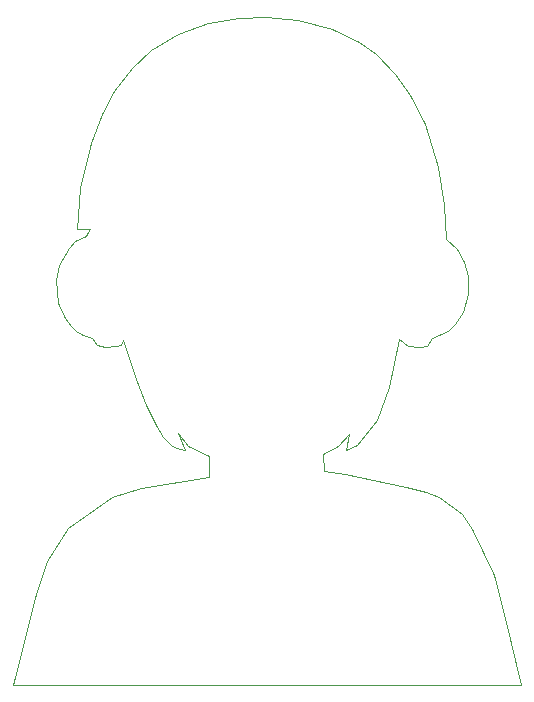
<source format=gbr>
G04 #@! TF.FileFunction,Profile,NP*
%FSLAX46Y46*%
G04 Gerber Fmt 4.6, Leading zero omitted, Abs format (unit mm)*
G04 Created by KiCad (PCBNEW 4.0.7) date 09/18/18 22:56:12*
%MOMM*%
%LPD*%
G01*
G04 APERTURE LIST*
%ADD10C,0.100000*%
G04 APERTURE END LIST*
D10*
X83391190Y-97521588D02*
X82890328Y-94367041D01*
X83528652Y-100467579D02*
X83391190Y-97521588D01*
X84446760Y-101283797D02*
X83528652Y-100467579D01*
X82890328Y-94367041D02*
X81785540Y-90729025D01*
X50530838Y-103871806D02*
X50705198Y-105821184D01*
X55579077Y-109528336D02*
X56014000Y-109388189D01*
X50777663Y-102635709D02*
X50530838Y-103871806D01*
X52166359Y-100628327D02*
X51617121Y-101167664D01*
X53053158Y-100171301D02*
X52166359Y-100628327D01*
X55463926Y-87916649D02*
X54429829Y-89839747D01*
X77640533Y-84795186D02*
X76211956Y-83777359D01*
X73897636Y-82622317D02*
X70980956Y-81856977D01*
X53464212Y-92346144D02*
X52562320Y-96117445D01*
X54429829Y-89839747D02*
X53464212Y-92346144D01*
X63367322Y-82119545D02*
X60818980Y-83112186D01*
X66028103Y-81698675D02*
X63367322Y-82119545D01*
X56014000Y-109388189D02*
X56227901Y-109024557D01*
X68262656Y-81637329D02*
X66028103Y-81698675D01*
X51617121Y-101167664D02*
X50777663Y-102635709D01*
X50705198Y-105821184D02*
X51280710Y-107120634D01*
X76211956Y-83777359D02*
X73897636Y-82622317D01*
X70980956Y-81856977D02*
X68262656Y-81637329D01*
X51280710Y-107120634D02*
X51783261Y-107813201D01*
X52773373Y-108559984D02*
X53557890Y-108845931D01*
X51783261Y-107813201D02*
X52250400Y-108215472D01*
X53199766Y-99870677D02*
X53053158Y-100171301D01*
X58521587Y-84467067D02*
X56978061Y-85981299D01*
X53557890Y-108845931D02*
X53987963Y-109404468D01*
X54642635Y-109618036D02*
X55579077Y-109528336D01*
X52305911Y-99618389D02*
X53434975Y-99608632D01*
X56978061Y-85981299D02*
X55463926Y-87916649D01*
X60818980Y-83112186D02*
X58521587Y-84467067D01*
X53987963Y-109404468D02*
X54642635Y-109618036D01*
X52250400Y-108215472D02*
X52773373Y-108559984D01*
X53434975Y-99608632D02*
X53199766Y-99870677D01*
X52562320Y-96117445D02*
X52305911Y-99618389D01*
X88568865Y-132556251D02*
X87566164Y-128892367D01*
X60827611Y-116822650D02*
X61731634Y-117952679D01*
X63475636Y-118829097D02*
X63475636Y-120616022D01*
X61403894Y-118335450D02*
X60827611Y-116822650D01*
X85078250Y-102356098D02*
X84446760Y-101283797D01*
X85401050Y-103539345D02*
X85078250Y-102356098D01*
X77335933Y-120833780D02*
X74993037Y-120297148D01*
X75320633Y-116967734D02*
X75069429Y-118303107D01*
X60264630Y-117843216D02*
X60655092Y-118144064D01*
X73138734Y-118657330D02*
X74408441Y-117956018D01*
X77700631Y-115798214D02*
X78705113Y-112988624D01*
X75069429Y-118303107D02*
X76032124Y-117899047D01*
X84901954Y-123701135D02*
X82914917Y-122319579D01*
X89889188Y-138169968D02*
X88568865Y-132556251D01*
X56227901Y-109024557D02*
X57259659Y-112248229D01*
X85415558Y-105129868D02*
X85401050Y-103539345D01*
X84974119Y-106579954D02*
X85415558Y-105129868D01*
X80150462Y-121416620D02*
X77335933Y-120833780D01*
X84332965Y-107619383D02*
X84974119Y-106579954D01*
X83705053Y-108203993D02*
X84332965Y-107619383D01*
X60655092Y-118144064D02*
X61403894Y-118335450D01*
X61731634Y-117952679D02*
X63475636Y-118829097D01*
X81946701Y-109471920D02*
X82362999Y-108855949D01*
X87566164Y-128892367D02*
X85760831Y-124948497D01*
X74993037Y-120297148D02*
X73238672Y-120073865D01*
X80313776Y-109492308D02*
X81372485Y-109615519D01*
X78705113Y-112988624D02*
X79599416Y-108908069D01*
X81846374Y-121827874D02*
X80150462Y-121416620D01*
X57684677Y-121555278D02*
X55287590Y-122277776D01*
X46905611Y-138169968D02*
X89889188Y-138169968D01*
X51560219Y-124863150D02*
X49726865Y-127693428D01*
X73238672Y-120073865D02*
X73138734Y-118657330D01*
X79599416Y-108908069D02*
X80313776Y-109492308D01*
X76032124Y-117899047D02*
X77700631Y-115798214D01*
X74408441Y-117956018D02*
X75320633Y-116967734D01*
X59606471Y-117170114D02*
X60264630Y-117843216D01*
X85760831Y-124948497D02*
X84901954Y-123701135D01*
X49726865Y-127693428D02*
X48831229Y-130511807D01*
X63475636Y-120616022D02*
X57684677Y-121555278D01*
X82362999Y-108855949D02*
X83705053Y-108203993D01*
X81372485Y-109615519D02*
X81946701Y-109471920D01*
X82914917Y-122319579D02*
X81846374Y-121827874D01*
X48831229Y-130511807D02*
X46905611Y-138169968D01*
X55287590Y-122277776D02*
X51560219Y-124863150D01*
X58136474Y-114510260D02*
X58990836Y-116210694D01*
X58990836Y-116210694D02*
X59606471Y-117170114D01*
X57259659Y-112248229D02*
X58136474Y-114510260D01*
X80506947Y-88211391D02*
X79220000Y-86470000D01*
X81785540Y-90729025D02*
X80506947Y-88211391D01*
X79220000Y-86470000D02*
X77640533Y-84795186D01*
M02*

</source>
